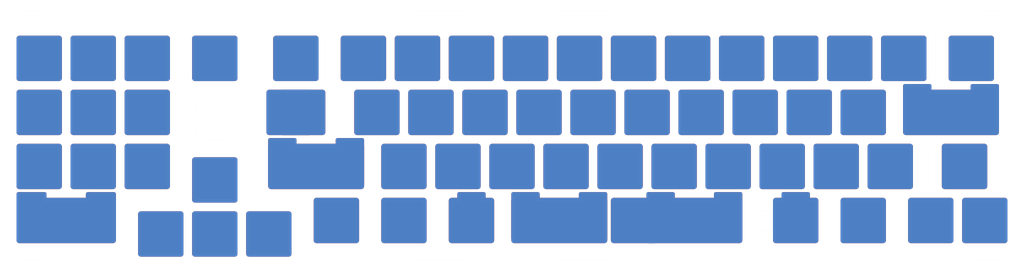
<source format=kicad_pcb>
(kicad_pcb (version 20210228) (generator pcbnew)
  (layers (0 "F.Cu" signal) (31 "B.Cu" signal) (34 "B.Paste" user) (35 "F.Paste" user) (36 "B.SilkS" user "B.Silkscreen") (37 "F.SilkS" user "F.Silkscreen") (38 "B.Mask" user) (39 "F.Mask" user) (44 "Edge.Cuts" user))
  (net 0 "")
  (footprint "Cutouts:MX_Cutout_1u" (layer "F.Cu") (at 188.762496 107.3))
  (footprint "Cutouts:MX_Cutout_1u" (layer "F.Cu") (at 169.712496 107.3))
  (footprint "Cutouts:MX_Cutout_1u" (layer "F.Cu") (at 93.512496 126.35))
  (footprint "Cutouts:MX_Cutout_2u_1u-1u" (layer "F.Cu") (at 64.937496 164.45))
  (footprint "Cutouts:MX_Cutout_1u" (layer "F.Cu") (at 288.774996 126.35))
  (footprint "Cutouts:MX_Cutout_1u" (layer "F.Cu") (at 241.149996 145.4))
  (footprint "Cutouts:MX_Cutout_1u" (layer "F.Cu") (at 322.112496 107.3))
  (footprint "Keybage_MX_Cutout:MX_Cutout_1.5u" (layer "F.Cu") (at 384.024996 107.3))
  (footprint "Cutouts:MX_Cutout_1u" (layer "F.Cu") (at 279.249996 145.4))
  (footprint "Cutouts:MX_Cutout_1.75u" (layer "F.Cu") (at 381.643746 145.4))
  (footprint "Cutouts:MX_Cutout_1u" (layer "F.Cu") (at 388.787496 164.45))
  (footprint "Cutouts:MX_Cutout_1u" (layer "F.Cu") (at 345.924996 126.35))
  (footprint "Cutouts:MX_Cutout_1u" (layer "F.Cu") (at 117.324996 150.1625))
  (footprint "Cutouts:MX_Cutout_1u" (layer "F.Cu") (at 55.412496 126.35))
  (footprint "Cutouts:MX_Cutout_1u" (layer "F.Cu") (at 245.912496 107.3))
  (footprint "Cutouts:MX_Cutout_1u" (layer "F.Cu") (at 174.474996 126.35))
  (footprint "Cutouts:MX_Cutout_1u" (layer "F.Cu") (at 93.512496 145.4))
  (footprint "Cutouts:MX_Cutout_1u" (layer "F.Cu") (at 269.724996 126.35))
  (footprint "Cutouts:MX_Cutout_1u" (layer "F.Cu") (at 55.412496 107.3))
  (footprint "Cutouts:MX_Cutout_1u" (layer "F.Cu") (at 226.862496 107.3))
  (footprint "Cutouts:MX_Cutout_7u_1u-2.25u-2.75u-1u" (layer "F.Cu") (at 264.962496 164.45))
  (footprint "Cutouts:MX_Cutout_1u" (layer "F.Cu") (at 55.412496 145.4))
  (footprint "Cutouts:MX_Cutout_1u" (layer "F.Cu") (at 360.212496 107.3))
  (footprint "Cutouts:MX_Cutout_1u" (layer "F.Cu") (at 117.324996 169.2125))
  (footprint "Cutouts:MX_Cutout_1u" (layer "F.Cu") (at 355.449996 145.4))
  (footprint "Cutouts:MX_Cutout_1u" (layer "F.Cu") (at 183.999996 145.4))
  (footprint "Cutouts:MX_Cutout_1u" (layer "F.Cu") (at 341.162496 107.3))
  (footprint "Cutouts:MX_Cutout_1u" (layer "F.Cu") (at 250.674996 126.35))
  (footprint "Cutouts:MX_Cutout_1u" (layer "F.Cu") (at 74.462496 107.3))
  (footprint "Cutouts:MX_Cutout_1.5u" (layer "F.Cu") (at 345.924996 164.45))
  (footprint "Cutouts:MX_Cutout_1u" (layer "F.Cu") (at 284.012496 107.3))
  (footprint "Cutouts:MX_Cutout_1u" (layer "F.Cu") (at 160.187496 164.45))
  (footprint "Cutouts:MX_Cutout_1u" (layer "F.Cu") (at 207.812496 107.3))
  (footprint "Cutouts:MX_Cutout_1u" (layer "F.Cu") (at 307.824996 126.35))
  (footprint "Cutouts:MX_Cutout_1u" (layer "F.Cu") (at 117.324996 107.3))
  (footprint "Cutouts:MX_Cutout_1u" (layer "F.Cu") (at 222.099996 145.4))
  (footprint "Cutouts:MX_Cutout_1u" (layer "F.Cu") (at 93.512496 107.3))
  (footprint "Cutouts:MX_Cutout_1u" (layer "F.Cu") (at 136.374996 169.2125))
  (footprint "Cutouts:MX_Cutout_1u" (layer "F.Cu") (at 317.349996 145.4))
  (footprint "Cutouts:MX_Cutout_1u" (layer "F.Cu") (at 336.399996 145.4))
  (footprint "Cutouts:MX_Cutout_1u" (layer "F.Cu") (at 212.574996 126.35))
  (footprint "Cutouts:MX_Cutout_1u" (layer "F.Cu") (at 369.737496 164.45))
  (footprint "Cutouts:MX_Cutout_2.25u" (layer "F.Cu") (at 376.881246 126.35))
  (footprint "Cutouts:MX_Cutout_1u" (layer "F.Cu") (at 203.049996 145.4))
  (footprint "Cutouts:MX_Cutout_1.5u" (layer "F.Cu") (at 183.999996 164.45))
  (footprint "Cutouts:MX_Cutout_2.25u" (layer "F.Cu") (at 153.043746 145.4))
  (footprint "Cutouts:MX_Cutout_1.5u" (layer "F.Cu") (at 145.899996 107.3))
  (footprint "Cutouts:MX_Cutout_1u" (layer "F.Cu") (at 303.062496 107.3))
  (footprint "Cutouts:MX_Cutout_1u" (layer "F.Cu") (at 193.524996 126.35))
  (footprint "Cutouts:MX_Cutout_1u" (layer "F.Cu") (at 298.299996 145.4))
  (footprint "Cutouts:MX_Cutout_1u" (layer "F.Cu") (at 231.624996 126.35))
  (footprint "Cutouts:MX_Cutout_1u" (layer "F.Cu") (at 74.462496 145.4))
  (footprint "Cutouts:MX_Cutout_1.75u_Caps_Lock" (layer "F.Cu") (at 148.281246 126.35))
  (footprint "Cutouts:MX_Cutout_1u" (layer "F.Cu") (at 326.874996 126.35))
  (footprint "Cutouts:MX_Cutout_1u" (layer "F.Cu") (at 98.274996 169.2125))
  (footprint "Cutouts:MX_Cutout_1u" (layer "F.Cu") (at 260.199996 145.4))
  (footprint "Cutouts:MX_Cutout_1u" (layer "F.Cu") (at 264.962496 107.3))
  (footprint "Cutouts:MX_Cutout_1u" (layer "F.Cu") (at 74.462496 126.35))
  (gr_arc (start 255.900996 179.4375) (end 257.100996 179.4375) (angle -90) (layer "Edge.Cuts") (width 0.01))
  (gr_arc (start 188.300996 179.4375) (end 188.300996 178.2375) (angle -90) (layer "Edge.Cuts") (width 0.01))
  (gr_arc (start 255.900996 180.0375) (end 255.900996 181.2375) (angle -90) (layer "Edge.Cuts") (width 0.01))
  (gr_arc (start 370.543746 138.9) (end 371.043746 138.9) (angle -90) (layer "Edge.Cuts") (width 0.01))
  (gr_circle (center 66.843746 92.012501) (end 67.968746 92.012501) (layer "Edge.Cuts") (width 0.01) (fill none))
  (gr_arc (start 120.324996 131.875) (end 120.324996 135.875) (angle -90) (layer "Edge.Cuts") (width 0.01))
  (gr_line (start 394.978496 92.312501) (end 394.978496 91.712501) (layer "Edge.Cuts") (width 0.01))
  (gr_arc (start 255.899996 91.712501) (end 257.099996 91.712501) (angle -90) (layer "Edge.Cuts") (width 0.01))
  (gr_arc (start 238.300996 179.4375) (end 238.300996 178.2375) (angle -90) (layer "Edge.Cuts") (width 0.01))
  (gr_arc (start 399.605023 89.720471) (end 402.600496 89.720471) (angle -90.08637834) (layer "Edge.Cuts") (width 0.01))
  (gr_line (start 49.221621 91.712501) (end 49.221621 92.312501) (layer "Edge.Cuts") (width 0.01))
  (gr_line (start 255.899996 90.512501) (end 238.299996 90.512501) (layer "Edge.Cuts") (width 0.01))
  (gr_arc (start 157.999996 113.8) (end 157.999996 114.3) (angle -90) (layer "Edge.Cuts") (width 0.01))
  (gr_line (start 58.021621 90.512501) (end 50.421621 90.512501) (layer "Edge.Cuts") (width 0.01))
  (gr_line (start 238.300996 181.2375) (end 255.900996 181.2375) (layer "Edge.Cuts") (width 0.01))
  (gr_line (start 188.300996 181.2375) (end 205.900996 181.2375) (layer "Edge.Cuts") (width 0.01))
  (gr_arc (start 205.900996 180.0375) (end 205.900996 181.2375) (angle -90) (layer "Edge.Cuts") (width 0.01))
  (gr_line (start 386.178496 93.512501) (end 393.778496 93.512501) (layer "Edge.Cuts") (width 0.01))
  (gr_line (start 237.100996 179.4375) (end 237.100996 180.0375) (layer "Edge.Cuts") (width 0.01))
  (gr_line (start 399.600506 185.024999) (end 44.599497 185.024999) (layer "Edge.Cuts") (width 0.01))
  (gr_line (start 50.421621 181.2375) (end 58.021621 181.2375) (layer "Edge.Cuts") (width 0.01))
  (gr_line (start 257.099996 92.312501) (end 257.099996 91.712501) (layer "Edge.Cuts") (width 0.01))
  (gr_arc (start 58.021621 92.312501) (end 58.021621 93.512501) (angle -90) (layer "Edge.Cuts") (width 0.01))
  (gr_arc (start 58.021621 179.4375) (end 59.221621 179.4375) (angle -90) (layer "Edge.Cuts") (width 0.01))
  (gr_arc (start 120.324996 125.588) (end 124.324996 125.588) (angle -90) (layer "Edge.Cuts") (width 0.01))
  (gr_arc (start 255.899996 92.312501) (end 255.899996 93.512501) (angle -90) (layer "Edge.Cuts") (width 0.01))
  (gr_line (start 237.099996 91.712501) (end 237.099996 92.312501) (layer "Edge.Cuts") (width 0.01))
  (gr_line (start 371.424996 100.8) (end 371.424996 113.8) (layer "Edge.Cuts") (width 0.01))
  (gr_line (start 158.499996 113.8) (end 158.499996 100.8) (layer "Edge.Cuts") (width 0.01))
  (gr_circle (center 222.100996 179.7375) (end 223.225996 179.7375) (layer "Edge.Cuts") (width 0.01) (fill none))
  (gr_line (start 207.099996 92.312501) (end 207.099996 91.712501) (layer "Edge.Cuts") (width 0.01))
  (gr_line (start 49.221621 179.4375) (end 49.221621 180.0375) (layer "Edge.Cuts") (width 0.01))
  (gr_line (start 114.324996 135.875) (end 120.324996 135.875) (layer "Edge.Cuts") (width 0.01))
  (gr_arc (start 205.900996 179.4375) (end 207.100996 179.4375) (angle -90) (layer "Edge.Cuts") (width 0.01))
  (gr_arc (start 114.324996 125.588) (end 114.324996 121.588) (angle -90) (layer "Edge.Cuts") (width 0.01))
  (gr_arc (start 386.178496 180.0375) (end 384.978496 180.0375) (angle -90) (layer "Edge.Cuts") (width 0.01))
  (gr_arc (start 114.324996 131.875) (end 110.324996 131.875) (angle -90) (layer "Edge.Cuts") (width 0.01))
  (gr_arc (start 50.421621 91.712501) (end 50.421621 90.512501) (angle -90) (layer "Edge.Cuts") (width 0.01))
  (gr_arc (start 188.299996 91.712501) (end 188.299996 90.512501) (angle -90) (layer "Edge.Cuts") (width 0.01))
  (gr_arc (start 393.778496 179.4375) (end 394.978496 179.4375) (angle -90) (layer "Edge.Cuts") (width 0.01))
  (gr_line (start 238.299996 93.512501) (end 255.899996 93.512501) (layer "Edge.Cuts") (width 0.01))
  (gr_line (start 207.100996 180.0375) (end 207.100996 179.4375) (layer "Edge.Cuts") (width 0.01))
  (gr_line (start 124.324996 131.875) (end 124.324996 125.588) (layer "Edge.Cuts") (width 0.01))
  (gr_line (start 402.600496 89.720471) (end 402.600503 182.029514) (layer "Edge.Cuts") (width 0.01))
  (gr_circle (center 377.356496 92.012501) (end 378.481496 92.012501) (layer "Edge.Cuts") (width 0.01) (fill none))
  (gr_arc (start 371.924996 113.8) (end 371.424996 113.8) (angle -90) (layer "Edge.Cuts") (width 0.01))
  (gr_arc (start 393.778496 180.0375) (end 393.778496 181.2375) (angle -90) (layer "Edge.Cuts") (width 0.01))
  (gr_circle (center 222.099996 92.012501) (end 223.224996 92.012501) (layer "Edge.Cuts") (width 0.01) (fill none))
  (gr_arc (start 372.924996 113.8) (end 372.924996 114.3) (angle -90) (layer "Edge.Cuts") (width 0.01))
  (gr_line (start 371.043746 151.9) (end 371.043746 138.9) (layer "Edge.Cuts") (width 0.01))
  (gr_arc (start 369.543746 138.9) (end 369.543746 138.4) (angle -90) (layer "Edge.Cuts") (width 0.01))
  (gr_line (start 393.778496 178.2375) (end 386.178496 178.2375) (layer "Edge.Cuts") (width 0.01))
  (gr_line (start 50.421621 93.512501) (end 58.021621 93.512501) (layer "Edge.Cuts") (width 0.01))
  (gr_line (start 120.324996 121.588) (end 114.324996 121.588) (layer "Edge.Cuts") (width 0.01))
  (gr_arc (start 386.178496 91.712501) (end 386.178496 90.512501) (angle -90) (layer "Edge.Cuts") (width 0.01))
  (gr_arc (start 50.421621 179.4375) (end 50.421621 178.2375) (angle -90) (layer "Edge.Cuts") (width 0.01))
  (gr_arc (start 369.543746 151.9) (end 369.043746 151.9) (angle -90) (layer "Edge.Cuts") (width 0.01))
  (gr_arc (start 44.599497 182.024999) (end 41.599497 182.024999) (angle -89.99999998) (layer "Edge.Cuts") (width 0.01))
  (gr_line (start 188.299996 93.512501) (end 205.899996 93.512501) (layer "Edge.Cuts") (width 0.01))
  (gr_line (start 59.221621 180.0375) (end 59.221621 179.4375) (layer "Edge.Cuts") (width 0.01))
  (gr_arc (start 205.899996 91.712501) (end 207.099996 91.712501) (angle -90) (layer "Edge.Cuts") (width 0.01))
  (gr_line (start 257.100996 180.0375) (end 257.100996 179.4375) (layer "Edge.Cuts") (width 0.01))
  (gr_arc (start 157.999996 100.8) (end 158.499996 100.8) (angle -90) (layer "Edge.Cuts") (width 0.01))
  (gr_arc (start 399.600506 182.024999) (end 399.600506 185.024999) (angle -89.91377154) (layer "Edge.Cuts") (width 0.01))
  (gr_arc (start 393.778496 91.712501) (end 394.978496 91.712501) (angle -90) (layer "Edge.Cuts") (width 0.01))
  (gr_line (start 156.499996 100.8) (end 156.499996 113.8) (layer "Edge.Cuts") (width 0.01))
  (gr_line (start 41.599497 182.024999) (end 41.599497 89.725001) (layer "Edge.Cuts") (width 0.01))
  (gr_line (start 205.899996 90.512501) (end 188.299996 90.512501) (layer "Edge.Cuts") (width 0.01))
  (gr_arc (start 370.543746 151.9) (end 370.543746 152.4) (angle -90) (layer "Edge.Cuts") (width 0.01))
  (gr_arc (start 386.178496 179.4375) (end 386.178496 178.2375) (angle -90) (layer "Edge.Cuts") (width 0.01))
  (gr_line (start 255.900996 178.2375) (end 238.300996 178.2375) (layer "Edge.Cuts") (width 0.01))
  (gr_arc (start 156.999996 100.8) (end 156.999996 100.3) (angle -90) (layer "Edge.Cuts") (width 0.01))
  (gr_line (start 205.900996 178.2375) (end 188.300996 178.2375) (layer "Edge.Cuts") (width 0.01))
  (gr_line (start 58.021621 178.2375) (end 50.421621 178.2375) (layer "Edge.Cuts") (width 0.01))
  (gr_line (start 59.221621 92.312501) (end 59.221621 91.712501) (layer "Edge.Cuts") (width 0.01))
  (gr_line (start 110.324996 125.588) (end 110.324996 131.875) (layer "Edge.Cuts") (width 0.01))
  (gr_arc (start 371.924996 100.8) (end 371.924996 100.3) (angle -90) (layer "Edge.Cuts") (width 0.01))
  (gr_arc (start 238.300996 180.0375) (end 237.100996 180.0375) (angle -90) (layer "Edge.Cuts") (width 0.01))
  (gr_circle (center 66.843746 179.7375) (end 67.968746 179.7375) (layer "Edge.Cuts") (width 0.01) (fill none))
  (gr_arc (start 393.778496 92.312501) (end 393.778496 93.512501) (angle -90) (layer "Edge.Cuts") (width 0.01))
  (gr_arc (start 156.999996 113.8) (end 156.499996 113.8) (angle -90) (layer "Edge.Cuts") (width 0.01))
  (gr_arc (start 50.421621 92.312501) (end 49.221621 92.312501) (angle -90) (layer "Edge.Cuts") (width 0.01))
  (gr_arc (start 188.299996 92.312501) (end 187.099996 92.312501) (angle -90) (layer "Edge.Cuts") (width 0.01))
  (gr_arc (start 238.299996 92.312501) (end 237.099996 92.312501) (angle -90) (layer "Edge.Cuts") (width 0.01))
  (gr_line (start 384.978496 91.712501) (end 384.978496 92.312501) (layer "Edge.Cuts") (width 0.01))
  (gr_line (start 372.924996 100.3) (end 371.924996 100.3) (layer "Edge.Cuts") (width 0.01))
  (gr_line (start 370.543746 138.4) (end 369.543746 138.4) (layer "Edge.Cuts") (width 0.01))
  (gr_arc (start 58.021621 180.0375) (end 58.021621 181.2375) (angle -90) (layer "Edge.Cuts") (width 0.01))
  (gr_arc (start 238.299996 91.712501) (end 238.299996 90.512501) (angle -90) (layer "Edge.Cuts") (width 0.01))
  (gr_line (start 384.978496 179.4375) (end 384.978496 180.0375) (layer "Edge.Cuts") (width 0.01))
  (gr_line (start 187.100996 179.4375) (end 187.100996 180.0375) (layer "Edge.Cuts") (width 0.01))
  (gr_arc (start 386.178496 92.312501) (end 384.978496 92.312501) (angle -90) (layer "Edge.Cuts") (width 0.01))
  (gr_circle (center 377.356496 179.7375) (end 378.481496 179.7375) (layer "Edge.Cuts") (width 0.01) (fill none))
  (gr_line (start 369.543746 152.4) (end 370.543746 152.4) (layer "Edge.Cuts") (width 0.01))
  (gr_arc (start 44.599497 89.725001) (end 44.599497 86.725001) (angle -90.00000009) (layer "Edge.Cuts") (width 0.01))
  (gr_arc (start 50.421621 180.0375) (end 49.221621 180.0375) (angle -90) (layer "Edge.Cuts") (width 0.01))
  (gr_line (start 187.099996 91.712501) (end 187.099996 92.312501) (layer "Edge.Cuts") (width 0.01))
  (gr_arc (start 188.300996 180.0375) (end 187.100996 180.0375) (angle -90) (layer "Edge.Cuts") (width 0.01))
  (gr_line (start 371.924996 114.3) (end 372.924996 114.3) (layer "Edge.Cuts") (width 0.01))
  (gr_line (start 156.999996 114.3) (end 157.999996 114.3) (layer "Edge.Cuts") (width 0.01))
  (gr_line (start 386.178496 181.2375) (end 393.778496 181.2375) (layer "Edge.Cuts") (width 0.01))
  (gr_line (start 394.978496 180.0375) (end 394.978496 179.4375) (layer "Edge.Cuts") (width 0.01))
  (gr_line (start 373.424996 113.8) (end 373.424996 100.8) (layer "Edge.Cuts") (width 0.01))
  (gr_line (start 157.999996 100.3) (end 156.999996 100.3) (layer "Edge.Cuts") (width 0.01))
  (gr_arc (start 58.021621 91.712501) (end 59.221621 91.712501) (angle -90) (layer "Edge.Cuts") (width 0.01))
  (gr_line (start 393.778496 90.512501) (end 386.178496 90.512501) (layer "Edge.Cuts") (width 0.01))
  (gr_arc (start 205.899996 92.312501) (end 205.899996 93.512501) (angle -90) (layer "Edge.Cuts") (width 0.01))
  (gr_line (start 44.599497 86.725001) (end 399.600507 86.725001) (layer "Edge.Cuts") (width 0.01))
  (gr_line (start 369.043746 138.9) (end 369.043746 151.9) (layer "Edge.Cuts") (width 0.01))
  (gr_arc (start 372.924996 100.8) (end 373.424996 100.8) (angle -90) (layer "Edge.Cuts") (width 0.01))
)
</source>
